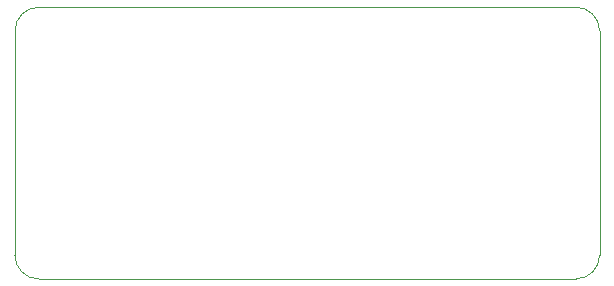
<source format=gbr>
G04 #@! TF.GenerationSoftware,KiCad,Pcbnew,(5.1.12)-1*
G04 #@! TF.CreationDate,2021-12-08T09:26:21+00:00*
G04 #@! TF.ProjectId,LightMinderSMD,4c696768-744d-4696-9e64-6572534d442e,rev?*
G04 #@! TF.SameCoordinates,Original*
G04 #@! TF.FileFunction,Profile,NP*
%FSLAX46Y46*%
G04 Gerber Fmt 4.6, Leading zero omitted, Abs format (unit mm)*
G04 Created by KiCad (PCBNEW (5.1.12)-1) date 2021-12-08 09:26:21*
%MOMM*%
%LPD*%
G01*
G04 APERTURE LIST*
G04 #@! TA.AperFunction,Profile*
%ADD10C,0.050000*%
G04 #@! TD*
G04 APERTURE END LIST*
D10*
X95000000Y-94600000D02*
G75*
G02*
X93000000Y-92600000I0J2000000D01*
G01*
X142500000Y-92600000D02*
G75*
G02*
X140500000Y-94600000I-2000000J0D01*
G01*
X140500000Y-71600000D02*
G75*
G02*
X142500000Y-73600000I0J-2000000D01*
G01*
X93000000Y-73600000D02*
G75*
G02*
X95000000Y-71600000I2000000J0D01*
G01*
X93000000Y-92600000D02*
X93000000Y-73600000D01*
X140500000Y-94600000D02*
X95000000Y-94600000D01*
X142500000Y-73600000D02*
X142500000Y-92600000D01*
X95000000Y-71600000D02*
X140500000Y-71600000D01*
M02*

</source>
